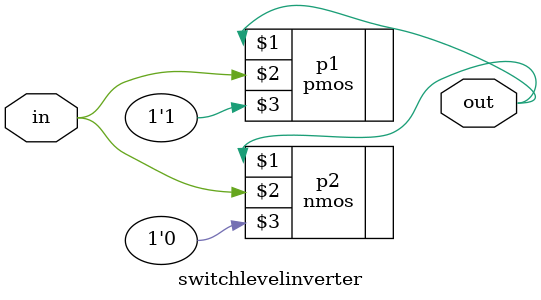
<source format=v>
module switchlevelinverter(
input in,
output out
);
pmos p1(out, in, 1'b1);
nmos p2(out, in, 1'b0);
endmodule



/*OUTPUT 
meenakshi@meenakshi-Inspiron-3501:~/verilog/switchlevelinverter$ vvp switchlevelinverter.out
VCD info: dumpfile switchlevelinverter.vcd opened for output.
$time=0|in=0|out=z
$time=10|in=1|out=z
$time=20|in=0|out=z
switchlevelinverter_tb.v:16: $finish called at 30 (1s)
*/

</source>
